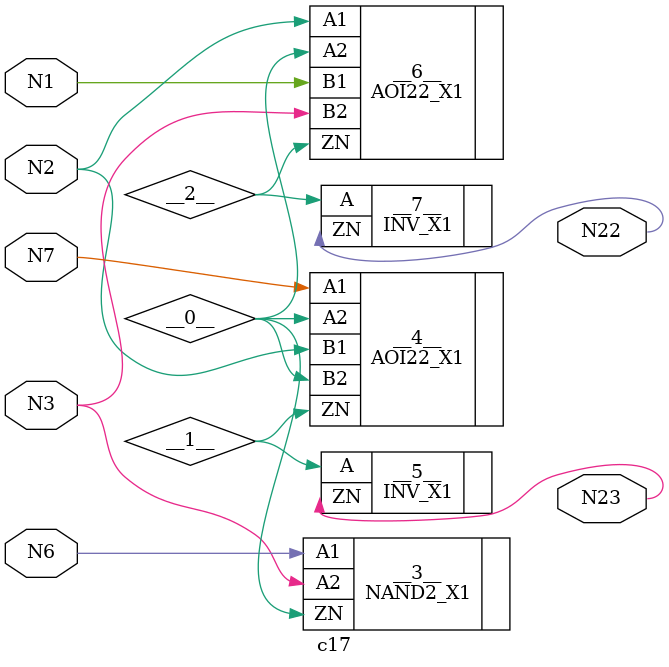
<source format=v>
/* Generated by lut-synth 0.7.1 */

module c17 (
    N3,
    N6,
    N2,
    N7,
    N1,
    N22,
    N23
);
  input N3;
  wire N3;
  input N6;
  wire N6;
  input N2;
  wire N2;
  input N7;
  wire N7;
  input N1;
  wire N1;
  output N22;
  wire N22;
  output N23;
  wire N23;
  wire __0__;
  wire __1__;
  wire __2__;
  NAND2_X1 #(
  ) __3__ (
      .A1(N6),
      .A2(N3),
      .ZN(__0__)
  );
  AOI22_X1 #(
  ) __4__ (
      .A1(N7),
      .A2(__0__),
      .B1(N2),
      .B2(__0__),
      .ZN(__1__)
  );
  INV_X1 #(
  ) __5__ (
      .A(__1__),
      .ZN(N23)
  );
  AOI22_X1 #(
  ) __6__ (
      .A1(N2),
      .A2(__0__),
      .B1(N1),
      .B2(N3),
      .ZN(__2__)
  );
  INV_X1 #(
  ) __7__ (
      .A(__2__),
      .ZN(N22)
  );
endmodule

</source>
